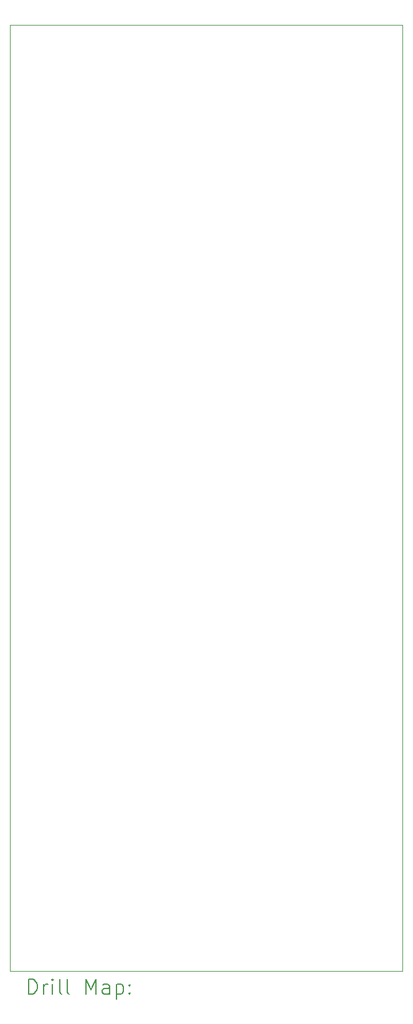
<source format=gbr>
%FSLAX45Y45*%
G04 Gerber Fmt 4.5, Leading zero omitted, Abs format (unit mm)*
G04 Created by KiCad (PCBNEW (6.0.0)) date 2022-08-25 14:32:45*
%MOMM*%
%LPD*%
G01*
G04 APERTURE LIST*
%TA.AperFunction,Profile*%
%ADD10C,0.100000*%
%TD*%
%ADD11C,0.200000*%
G04 APERTURE END LIST*
D10*
X0Y1079500D02*
X5334000Y1079500D01*
X5334000Y1079500D02*
X5334000Y-11770500D01*
X5334000Y-11770500D02*
X0Y-11770500D01*
X0Y-11770500D02*
X0Y1079500D01*
D11*
X252619Y-12085976D02*
X252619Y-11885976D01*
X300238Y-11885976D01*
X328810Y-11895500D01*
X347857Y-11914548D01*
X357381Y-11933595D01*
X366905Y-11971690D01*
X366905Y-12000262D01*
X357381Y-12038357D01*
X347857Y-12057405D01*
X328810Y-12076452D01*
X300238Y-12085976D01*
X252619Y-12085976D01*
X452619Y-12085976D02*
X452619Y-11952643D01*
X452619Y-11990738D02*
X462143Y-11971690D01*
X471667Y-11962167D01*
X490714Y-11952643D01*
X509762Y-11952643D01*
X576429Y-12085976D02*
X576429Y-11952643D01*
X576429Y-11885976D02*
X566905Y-11895500D01*
X576429Y-11905024D01*
X585952Y-11895500D01*
X576429Y-11885976D01*
X576429Y-11905024D01*
X700238Y-12085976D02*
X681190Y-12076452D01*
X671667Y-12057405D01*
X671667Y-11885976D01*
X805000Y-12085976D02*
X785952Y-12076452D01*
X776428Y-12057405D01*
X776428Y-11885976D01*
X1033571Y-12085976D02*
X1033571Y-11885976D01*
X1100238Y-12028833D01*
X1166905Y-11885976D01*
X1166905Y-12085976D01*
X1347857Y-12085976D02*
X1347857Y-11981214D01*
X1338333Y-11962167D01*
X1319286Y-11952643D01*
X1281190Y-11952643D01*
X1262143Y-11962167D01*
X1347857Y-12076452D02*
X1328810Y-12085976D01*
X1281190Y-12085976D01*
X1262143Y-12076452D01*
X1252619Y-12057405D01*
X1252619Y-12038357D01*
X1262143Y-12019309D01*
X1281190Y-12009786D01*
X1328810Y-12009786D01*
X1347857Y-12000262D01*
X1443095Y-11952643D02*
X1443095Y-12152643D01*
X1443095Y-11962167D02*
X1462143Y-11952643D01*
X1500238Y-11952643D01*
X1519286Y-11962167D01*
X1528809Y-11971690D01*
X1538333Y-11990738D01*
X1538333Y-12047881D01*
X1528809Y-12066928D01*
X1519286Y-12076452D01*
X1500238Y-12085976D01*
X1462143Y-12085976D01*
X1443095Y-12076452D01*
X1624048Y-12066928D02*
X1633571Y-12076452D01*
X1624048Y-12085976D01*
X1614524Y-12076452D01*
X1624048Y-12066928D01*
X1624048Y-12085976D01*
X1624048Y-11962167D02*
X1633571Y-11971690D01*
X1624048Y-11981214D01*
X1614524Y-11971690D01*
X1624048Y-11962167D01*
X1624048Y-11981214D01*
M02*

</source>
